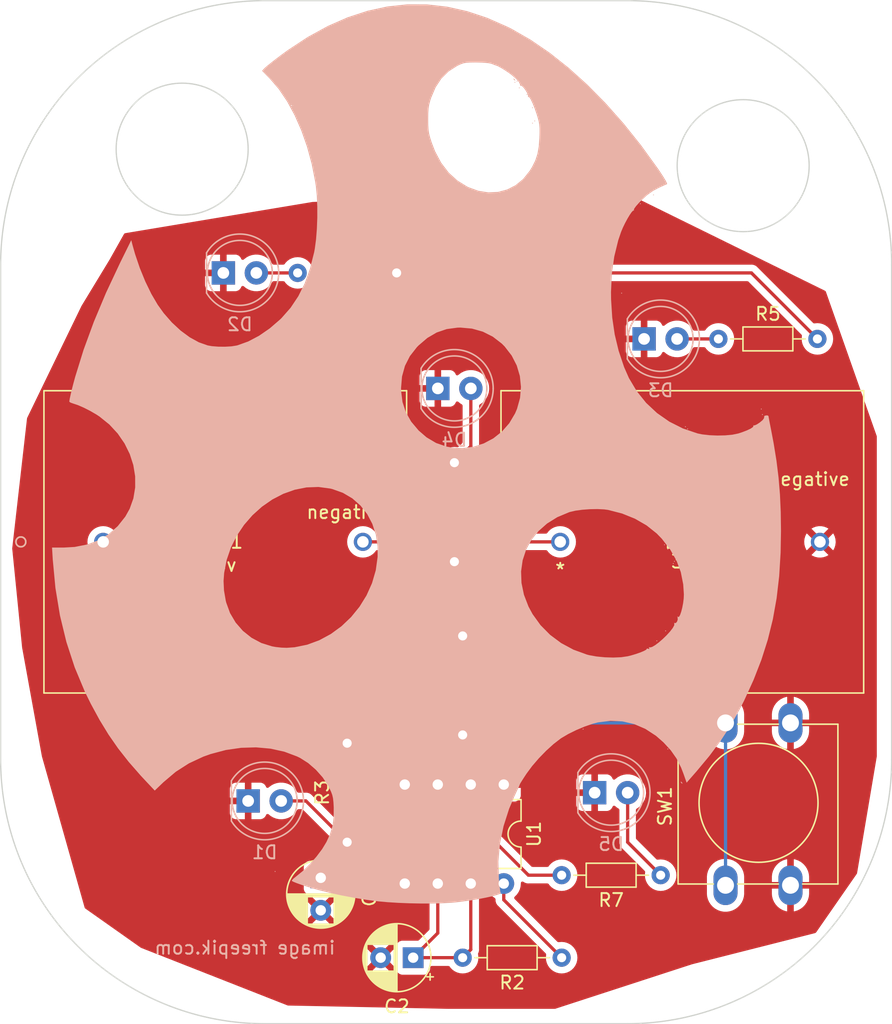
<source format=kicad_pcb>
(kicad_pcb (version 20211014) (generator pcbnew)
  (layers (0 "F.Cu" signal) (31 "B.Cu" signal) (34 "B.Paste" user) (35 "F.Paste" user) (36 "B.SilkS" user "B.Silkscreen") (37 "F.SilkS" user "F.Silkscreen") (38 "B.Mask" user) (39 "F.Mask" user) (44 "Edge.Cuts" user))
  (net 0 "")
  (net 1 "VCC")
  (net 2 "Net-(BT1-Pad2)")
  (net 3 "GND")
  (net 4 "Net-(C2-Pad1)")
  (net 5 "Net-(D1-Pad2)")
  (net 6 "Net-(D2-Pad2)")
  (net 7 "Net-(D3-Pad2)")
  (net 8 "Net-(D4-Pad2)")
  (net 9 "Net-(D5-Pad2)")
  (net 10 "Net-(R1-Pad2)")
  (net 11 "output")
  (net 12 "Net-(U1-Pad5)")
  (footprint "Resistor_THT:R_Axial_DIN0204_L3.6mm_D1.6mm_P7.62mm_Horizontal" (layer "F.Cu") (at 198.12 86.995)
    (fp_text reference "R4" (at 3.81 -1.92) (layer "F.SilkS"))
    (fp_text value "220")
    (pad "1" thru_hole circle (at 0 0) (size 1.4 1.4) (drill 0.7) (layers *.Cu *.Mask) (net 6 "Net-(D2-Pad2)"))
    (pad "2" thru_hole oval (at 7.62 0) (size 1.4 1.4) (drill 0.7) (layers *.Cu *.Mask) (net 11 "output"))
  )
  (footprint "Capacitor_THT:CP_Radial_D5.0mm_P2.50mm" (layer "F.Cu") (at 199.898 133.5532 -90)
    (fp_text reference "C1" (at 1.25 -3.75 90) (layer "F.SilkS"))
    (fp_text value "0.1U")
    (pad "1" thru_hole rect (at 0 0 270) (size 1.6 1.6) (drill 0.8) (layers *.Cu *.Mask) (net 12 "Net-(U1-Pad5)"))
    (pad "2" thru_hole circle (at 2.5 0 270) (size 1.6 1.6) (drill 0.8) (layers *.Cu *.Mask) (net 3 "GND"))
  )
  (footprint "Capacitor_THT:CP_Radial_D5.0mm_P2.50mm" (layer "F.Cu") (at 207.01 139.7 180)
    (fp_text reference "C2" (at 1.25 -3.75) (layer "F.SilkS"))
    (fp_text value "3.3u")
    (pad "1" thru_hole rect (at 0 0 180) (size 1.6 1.6) (drill 0.8) (layers *.Cu *.Mask) (net 4 "Net-(C2-Pad1)"))
    (pad "2" thru_hole circle (at 2.5 0 180) (size 1.6 1.6) (drill 0.8) (layers *.Cu *.Mask) (net 3 "GND"))
  )
  (footprint "Resistor_THT:R_Axial_DIN0204_L3.6mm_D1.6mm_P7.62mm_Horizontal" (layer "F.Cu") (at 210.185 101.6 -90)
    (fp_text reference "R6" (at 3.81 -1.92 90) (layer "F.SilkS"))
    (fp_text value "220")
    (pad "1" thru_hole circle (at 0 0 270) (size 1.4 1.4) (drill 0.7) (layers *.Cu *.Mask) (net 8 "Net-(D4-Pad2)"))
    (pad "2" thru_hole oval (at 7.62 0 270) (size 1.4 1.4) (drill 0.7) (layers *.Cu *.Mask) (net 11 "output"))
  )
  (footprint "Resistor_THT:R_Axial_DIN0204_L3.6mm_D1.6mm_P7.62mm_Horizontal" (layer "F.Cu") (at 226.06 133.35 180)
    (fp_text reference "R7" (at 3.81 -1.92) (layer "F.SilkS"))
    (fp_text value "220")
    (pad "1" thru_hole circle (at 0 0 180) (size 1.4 1.4) (drill 0.7) (layers *.Cu *.Mask) (net 9 "Net-(D5-Pad2)"))
    (pad "2" thru_hole oval (at 7.62 0 180) (size 1.4 1.4) (drill 0.7) (layers *.Cu *.Mask) (net 11 "output"))
  )
  (footprint "Resistor_THT:R_Axial_DIN0204_L3.6mm_D1.6mm_P7.62mm_Horizontal" (layer "F.Cu") (at 218.44 139.7 180)
    (fp_text reference "R2" (at 3.81 -1.92) (layer "F.SilkS"))
    (fp_text value "10M")
    (pad "1" thru_hole circle (at 0 0 180) (size 1.4 1.4) (drill 0.7) (layers *.Cu *.Mask) (net 1 "VCC"))
    (pad "2" thru_hole oval (at 7.62 0 180) (size 1.4 1.4) (drill 0.7) (layers *.Cu *.Mask) (net 4 "Net-(C2-Pad1)"))
  )
  (footprint "Resistor_THT:R_Axial_DIN0204_L3.6mm_D1.6mm_P7.62mm_Horizontal" (layer "F.Cu") (at 230.505 92.075)
    (fp_text reference "R5" (at 3.81 -1.92) (layer "F.SilkS"))
    (fp_text value "220")
    (pad "1" thru_hole circle (at 0 0) (size 1.4 1.4) (drill 0.7) (layers *.Cu *.Mask) (net 7 "Net-(D3-Pad2)"))
    (pad "2" thru_hole oval (at 7.62 0) (size 1.4 1.4) (drill 0.7) (layers *.Cu *.Mask) (net 11 "output"))
  )
  (footprint "Resistor_THT:R_Axial_DIN0204_L3.6mm_D1.6mm_P7.62mm_Horizontal" (layer "F.Cu") (at 210.82 122.555 90)
    (fp_text reference "R1" (at 3.81 -1.92 90) (layer "F.SilkS"))
    (fp_text value "220")
    (pad "1" thru_hole circle (at 0 0 90) (size 1.4 1.4) (drill 0.7) (layers *.Cu *.Mask) (net 1 "VCC"))
    (pad "2" thru_hole oval (at 7.62 0 90) (size 1.4 1.4) (drill 0.7) (layers *.Cu *.Mask) (net 10 "Net-(R1-Pad2)"))
  )
  (footprint "footprints:1066" (layer "F.Cu") (at 183.1515 107.696)
    (fp_text reference "BT1" (at 9.398 0) (layer "F.SilkS"))
    (fp_text value "3v" (at 9.398 1.778) (layer "F.SilkS"))
    (fp_text user "*" (at 0 1.524) (layer "F.SilkS"))
    (pad "1" thru_hole circle (at 0 0) (size 1.397 1.397) (drill 0.889) (layers *.Cu *.Mask) (net 1 "VCC"))
    (pad "2" thru_hole circle (at 19.9898 0) (size 1.397 1.397) (drill 0.889) (layers *.Cu *.Mask) (net 2 "Net-(BT1-Pad2)"))
  )
  (footprint "Resistor_THT:R_Axial_DIN0204_L3.6mm_D1.6mm_P7.62mm_Horizontal" (layer "F.Cu") (at 201.93 130.81 90)
    (fp_text reference "R3" (at 3.81 -1.92 90) (layer "F.SilkS"))
    (fp_text value "220")
    (pad "1" thru_hole circle (at 0 0 90) (size 1.4 1.4) (drill 0.7) (layers *.Cu *.Mask) (net 5 "Net-(D1-Pad2)"))
    (pad "2" thru_hole oval (at 7.62 0 90) (size 1.4 1.4) (drill 0.7) (layers *.Cu *.Mask) (net 11 "output"))
  )
  (footprint "Package_DIP:DIP-8_W7.62mm" (layer "F.Cu") (at 213.985 126.375 -90)
    (fp_text reference "U1" (at 3.81 -2.33 90) (layer "F.SilkS"))
    (fp_text value "TLC555xP")
    (pad "1" thru_hole rect (at 0 0 270) (size 1.6 1.6) (drill 0.8) (layers *.Cu *.Mask) (net 3 "GND"))
    (pad "2" thru_hole oval (at 0 2.54 270) (size 1.6 1.6) (drill 0.8) (layers *.Cu *.Mask) (net 10 "Net-(R1-Pad2)"))
    (pad "3" thru_hole oval (at 0 5.08 270) (size 1.6 1.6) (drill 0.8) (layers *.Cu *.Mask) (net 11 "output"))
    (pad "4" thru_hole oval (at 0 7.62 270) (size 1.6 1.6) (drill 0.8) (layers *.Cu *.Mask) (net 1 "VCC"))
    (pad "5" thru_hole oval (at 7.62 7.62 270) (size 1.6 1.6) (drill 0.8) (layers *.Cu *.Mask) (net 12 "Net-(U1-Pad5)"))
    (pad "6" thru_hole oval (at 7.62 5.08 270) (size 1.6 1.6) (drill 0.8) (layers *.Cu *.Mask) (net 4 "Net-(C2-Pad1)"))
    (pad "7" thru_hole oval (at 7.62 2.54 270) (size 1.6 1.6) (drill 0.8) (layers *.Cu *.Mask) (net 4 "Net-(C2-Pad1)"))
    (pad "8" thru_hole oval (at 7.62 0 270) (size 1.6 1.6) (drill 0.8) (layers *.Cu *.Mask) (net 1 "VCC"))
  )
  (footprint "footprints:SW_PUSH-12mm_kody" (layer "F.Cu") (at 231.053 134.129 90)
    (fp_text reference "SW1" (at 6.08 -4.66 90) (layer "F.SilkS"))
    (fp_text value "SW_MEC_5E")
    (pad "1" thru_hole oval (at 0 0 90) (size 3.048 1.85) (drill 1.3) (layers *.Cu *.Mask) (net 10 "Net-(R1-Pad2)"))
    (pad "2" thru_hole oval (at 12.5 0 90) (size 3.048 1.85) (drill 1.3) (layers *.Cu *.Mask) (net 10 "Net-(R1-Pad2)"))
    (pad "3" thru_hole oval (at 0 5 90) (size 3.048 1.85) (drill 1.3) (layers *.Cu *.Mask) (net 3 "GND"))
    (pad "4" thru_hole oval (at 12.5 5 90) (size 3.048 1.85) (drill 1.3) (layers *.Cu *.Mask) (net 3 "GND"))
  )
  (footprint "footprints:1066" (layer "F.Cu") (at 218.3305 107.696)
    (fp_text reference "BT2" (at 9.398 0) (layer "F.SilkS"))
    (fp_text value "3v" (at 9.398 1.524) (layer "F.SilkS"))
    (fp_text user "*" (at 0 2.159) (layer "F.SilkS"))
    (pad "1" thru_hole circle (at 0 0) (size 1.397 1.397) (drill 0.889) (layers *.Cu *.Mask) (net 2 "Net-(BT1-Pad2)"))
    (pad "2" thru_hole circle (at 19.9898 0) (size 1.397 1.397) (drill 0.889) (layers *.Cu *.Mask) (net 3 "GND"))
  )
  (footprint "LED_THT:LED_D5.0mm" (layer "B.Cu") (at 208.91 95.885)
    (fp_text reference "D4" (at 1.27 3.96) (layer "B.SilkS") (effects (justify mirror)))
    (fp_text value "LED")
    (pad "1" thru_hole rect (at 0 0) (size 1.8 1.8) (drill 0.9) (layers *.Cu *.Mask) (net 3 "GND"))
    (pad "2" thru_hole circle (at 2.54 0) (size 1.8 1.8) (drill 0.9) (layers *.Cu *.Mask) (net 8 "Net-(D4-Pad2)"))
  )
  (footprint "LED_THT:LED_D5.0mm" (layer "B.Cu") (at 194.31 127.635)
    (fp_text reference "D1" (at 1.27 3.96) (layer "B.SilkS") (effects (justify mirror)))
    (fp_text value "LED")
    (pad "1" thru_hole rect (at 0 0) (size 1.8 1.8) (drill 0.9) (layers *.Cu *.Mask) (net 3 "GND"))
    (pad "2" thru_hole circle (at 2.54 0) (size 1.8 1.8) (drill 0.9) (layers *.Cu *.Mask) (net 5 "Net-(D1-Pad2)"))
  )
  (footprint "LED_THT:LED_D5.0mm" (layer "B.Cu") (at 192.4 86.995)
    (fp_text reference "D2" (at 1.27 3.96) (layer "B.SilkS") (effects (justify mirror)))
    (fp_text value "LED")
    (pad "1" thru_hole rect (at 0 0) (size 1.8 1.8) (drill 0.9) (layers *.Cu *.Mask) (net 3 "GND"))
    (pad "2" thru_hole circle (at 2.54 0) (size 1.8 1.8) (drill 0.9) (layers *.Cu *.Mask) (net 6 "Net-(D2-Pad2)"))
  )
  (footprint "egg_footprint:easter_egg_footprint" (layer "B.Cu") (at 208.28 104.14 180)
    (fp_text reference "G***" hide)
    (fp_text value "LOGO" hide)
  )
  (footprint "LED_THT:LED_D5.0mm" (layer "B.Cu") (at 224.785 92.075)
    (fp_text reference "D3" (at 1.27 3.96) (layer "B.SilkS") (effects (justify mirror)))
    (fp_text value "LED")
    (pad "1" thru_hole rect (at 0 0) (size 1.8 1.8) (drill 0.9) (layers *.Cu *.Mask) (net 3 "GND"))
    (pad "2" thru_hole circle (at 2.54 0) (size 1.8 1.8) (drill 0.9) (layers *.Cu *.Mask) (net 7 "Net-(D3-Pad2)"))
  )
  (footprint "LED_THT:LED_D5.0mm" (layer "B.Cu") (at 220.98 127)
    (fp_text reference "D5" (at 1.27 3.96) (layer "B.SilkS") (effects (justify mirror)))
    (fp_text value "LED")
    (pad "1" thru_hole rect (at 0 0) (size 1.8 1.8) (drill 0.9) (layers *.Cu *.Mask) (net 3 "GND"))
    (pad "2" thru_hole circle (at 2.54 0) (size 1.8 1.8) (drill 0.9) (layers *.Cu *.Mask) (net 9 "Net-(D5-Pad2)"))
  )
  (gr_arc (start 243.84 124.46) (mid 237.88841 138.82841) (end 223.52 144.78) (layer "Edge.Cuts") (width 0.1))
  (gr_circle (center 232.41 78.74) (end 232.41 73.66) (layer "Edge.Cuts") (width 0.1) (fill none))
  (gr_line (start 195.58 66.04) (end 223.52 66.04) (layer "Edge.Cuts") (width 0.1))
  (gr_circle (center 189.23 77.47) (end 189.23 72.39) (layer "Edge.Cuts") (width 0.1) (fill none))
  (gr_line (start 243.84 86.36) (end 243.84 124.46) (layer "Edge.Cuts") (width 0.1))
  (gr_line (start 195.58 144.78) (end 223.52 144.78) (layer "Edge.Cuts") (width 0.1))
  (gr_line (start 175.26 86.36) (end 175.26 124.46) (layer "Edge.Cuts") (width 0.1))
  (gr_arc (start 175.26 86.36) (mid 181.21159 71.99159) (end 195.58 66.04) (layer "Edge.Cuts") (width 0.1))
  (gr_arc (start 195.58 144.78) (mid 181.21159 138.82841) (end 175.26 124.46) (layer "Edge.Cuts") (width 0.1))
  (gr_arc (start 223.52 66.04) (mid 237.88841 71.99159) (end 243.84 86.36) (layer "Edge.Cuts") (width 0.1))
  (gr_text "image freepik.com" (at 194.056 138.938) (layer "B.SilkS") (effects (font (size 1 1)) (justify mirror)))
  (gr_text "negative" (at 237.49 102.87) (layer "F.SilkS") (effects (font (size 1 1))))
  (gr_text "negative" (at 201.93 105.41) (layer "F.SilkS") (effects (font (size 1 1))))
  (segment (start 183.1515 107.696) (end 201.8305 126.375) (width 0.25) (layer "F.Cu") (net 1))
  (segment (start 206.365 126.375) (end 213.985 133.995) (width 0.25) (layer "F.Cu") (net 1))
  (segment (start 206.365 126.375) (end 210.185 122.555) (width 0.25) (layer "F.Cu") (net 1))
  (segment (start 201.8305 126.375) (end 206.365 126.375) (width 0.25) (layer "F.Cu") (net 1))
  (segment (start 210.185 122.555) (end 210.82 122.555) (width 0.25) (layer "F.Cu") (net 1))
  (segment (start 213.985 133.995) (end 213.985 135.245) (width 0.25) (layer "F.Cu") (net 1))
  (segment (start 213.985 135.245) (end 218.44 139.7) (width 0.25) (layer "F.Cu") (net 1))
  (segment (start 203.1413 107.696) (end 218.3305 107.696) (width 0.25) (layer "F.Cu") (net 2))
  (segment (start 238.3203 107.696) (end 224.0963 121.92) (width 0.25) (layer "F.Cu") (net 3))
  (segment (start 224.0963 121.92) (end 215.9 121.92) (width 0.25) (layer "F.Cu") (net 3))
  (segment (start 215.9 121.92) (end 213.985 123.835) (width 0.25) (layer "F.Cu") (net 3))
  (segment (start 213.985 123.835) (end 213.985 126.375) (width 0.25) (layer "F.Cu") (net 3))
  (segment (start 207.01 139.7) (end 210.82 139.7) (width 0.25) (layer "F.Cu") (net 4))
  (segment (start 208.905 133.995) (end 208.905 137.805) (width 0.25) (layer "F.Cu") (net 4))
  (segment (start 211.445 133.995) (end 211.445 139.075) (width 0.25) (layer "F.Cu") (net 4))
  (segment (start 208.905 137.805) (end 207.01 139.7) (width 0.25) (layer "F.Cu") (net 4))
  (segment (start 211.445 139.075) (end 210.82 139.7) (width 0.25) (layer "F.Cu") (net 4))
  (segment (start 198.755 127.635) (end 201.93 130.81) (width 0.25) (layer "F.Cu") (net 5))
  (segment (start 196.85 127.635) (end 198.755 127.635) (width 0.25) (layer "F.Cu") (net 5))
  (segment (start 198.12 86.995) (end 194.94 86.995) (width 0.25) (layer "F.Cu") (net 6))
  (segment (start 230.505 92.075) (end 227.325 92.075) (width 0.25) (layer "F.Cu") (net 7))
  (segment (start 210.185 101.6) (end 211.45 100.335) (width 0.25) (layer "F.Cu") (net 8))
  (segment (start 211.45 100.335) (end 211.45 95.885) (width 0.25) (layer "F.Cu") (net 8))
  (segment (start 223.52 127) (end 223.52 130.81) (width 0.25) (layer "F.Cu") (net 9))
  (segment (start 223.52 130.81) (end 226.06 133.35) (width 0.25) (layer "F.Cu") (net 9))
  (segment (start 210.82 118.872) (end 213.106 121.158) (width 0.25) (layer "F.Cu") (net 10))
  (segment (start 213.106 121.158) (end 213.106 124.714) (width 0.25) (layer "F.Cu") (net 10))
  (segment (start 210.82 114.935) (end 210.82 118.872) (width 0.25) (layer "F.Cu") (net 10))
  (segment (start 213.106 124.714) (end 211.445 126.375) (width 0.25) (layer "F.Cu") (net 10))
  (segment (start 216.191 121.629) (end 211.445 126.375) (width 0.25) (layer "B.Cu") (net 10))
  (segment (start 231.053 121.629) (end 216.191 121.629) (width 0.25) (layer "B.Cu") (net 10))
  (segment (start 231.053 121.629) (end 231.053 134.129) (width 0.25) (layer "B.Cu") (net 10))
  (segment (start 201.93 123.19) (end 201.93 117.475) (width 0.25) (layer "F.Cu") (net 11))
  (segment (start 218.44 133.35) (end 215.88 133.35) (width 0.25) (layer "F.Cu") (net 11))
  (segment (start 201.93 117.475) (end 210.185 109.22) (width 0.25) (layer "F.Cu") (net 11))
  (segment (start 215.88 133.35) (end 208.905 126.375) (width 0.25) (layer "F.Cu") (net 11))
  (segment (start 233.045 86.995) (end 238.125 92.075) (width 0.25) (layer "F.Cu") (net 11))
  (segment (start 205.74 86.995) (end 233.045 86.995) (width 0.25) (layer "F.Cu") (net 11))
  (segment (start 201.93 123.19) (end 205.72 123.19) (width 0.25) (layer "B.Cu") (net 11))
  (segment (start 205.72 123.19) (end 208.905 126.375) (width 0.25) (layer "B.Cu") (net 11))
  (segment (start 205.74 108.847252) (end 205.74 86.995) (width 0.25) (layer "B.Cu") (net 11))
  (segment (start 208.905 126.375) (end 208.905 112.012252) (width 0.25) (layer "B.Cu") (net 11))
  (segment (start 208.905 112.012252) (end 205.74 108.847252) (width 0.25) (layer "B.Cu") (net 11))
  (segment (start 199.898 133.5532) (end 205.9232 133.5532) (width 0.25) (layer "F.Cu") (net 12))
  (segment (start 205.9232 133.5532) (end 206.365 133.995) (width 0.25) (layer "F.Cu") (net 12))
  (zone (net 3) (net_name "GND") (layer "F.Cu") (connect_pads (clearance 0.508)) (min_thickness 0.254) (fill yes (thermal_gap 0.508) (thermal_bridge_width 0.508))
    (polygon (pts (xy 238.76 88.392) (xy 242.697 99.568) (xy 242.697 124.206) (xy 241.173 133.223) (xy 237.998 137.795) (xy 228.473 140.208) (xy 217.932 143.637) (xy 209.677 143.637) (xy 197.358 143.383) (xy 186.055 138.938) (xy 181.737 135.89) (xy 178.435 124.206) (xy 176.911 115.824) (xy 176.149 108.204) (xy 177.292 98.171) (xy 181.483 89.535) (xy 183.642 85.979) (xy 184.785 83.947) (xy 199.263 81.534) (xy 223.266 80.772)))
  )
)
</source>
